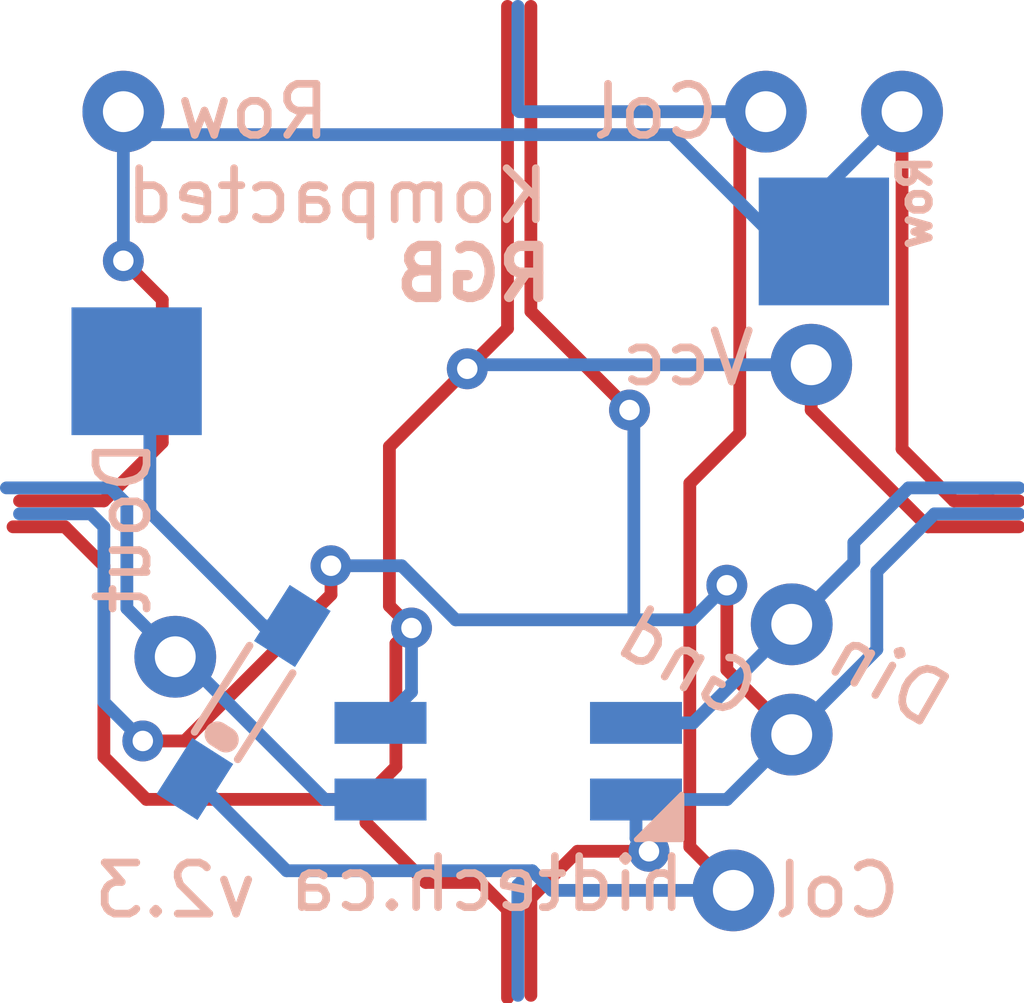
<source format=kicad_pcb>
(kicad_pcb (version 20200614) (host pcbnew "(5.99.0-2043-g129c16cf7)")

  (general
    (thickness 1.6)
    (drawings 0)
    (tracks 110)
    (modules 1)
    (nets 8)
  )

  (paper "A4")
  (layers
    (0 "F.Cu" signal)
    (31 "B.Cu" signal)
    (32 "B.Adhes" user hide)
    (33 "F.Adhes" user hide)
    (34 "B.Paste" user)
    (35 "F.Paste" user hide)
    (36 "B.SilkS" user)
    (37 "F.SilkS" user hide)
    (38 "B.Mask" user)
    (39 "F.Mask" user hide)
    (40 "Dwgs.User" user hide)
    (41 "Cmts.User" user)
    (42 "Eco1.User" user)
    (43 "Eco2.User" user hide)
    (44 "Edge.Cuts" user)
    (45 "Margin" user)
    (46 "B.CrtYd" user hide)
    (47 "F.CrtYd" user)
    (48 "B.Fab" user hide)
    (49 "F.Fab" user)
  )

  (setup
    (last_trace_width 0.25)
    (trace_clearance 0.2)
    (zone_clearance 0.508)
    (zone_45_only no)
    (trace_min 0.2)
    (clearance_min 0)
    (via_min_annulus 0.05)
    (via_min_size 0.4)
    (through_hole_min 0.3)
    (hole_to_hole_min 0.25)
    (via_size 0.8)
    (via_drill 0.4)
    (uvia_size 0.3)
    (uvia_drill 0.1)
    (uvias_allowed no)
    (uvia_min_size 0.2)
    (uvia_min_drill 0.1)
    (max_error 0.005)
    (defaults
      (edge_clearance 0.01)
      (edge_cuts_line_width 0.05)
      (courtyard_line_width 0.05)
      (copper_line_width 0.2)
      (copper_text_dims (size 1.5 1.5) (thickness 0.3))
      (silk_line_width 0.12)
      (silk_text_dims (size 1 1) (thickness 0.15))
      (fab_layers_line_width 0.1)
      (fab_layers_text_dims (size 1 1) (thickness 0.15))
      (other_layers_line_width 0.1)
      (other_layers_text_dims (size 1 1) (thickness 0.15))
      (dimension_units 0)
      (dimension_precision 1)
    )
    (pad_size 1.524 1.524)
    (pad_drill 0.762)
    (pad_to_mask_clearance 0)
    (aux_axis_origin 0 0)
    (visible_elements 7FFFFE6D)
    (pcbplotparams
      (layerselection 0x010fc_ffffffff)
      (usegerberextensions false)
      (usegerberattributes true)
      (usegerberadvancedattributes true)
      (creategerberjobfile true)
      (svguseinch false)
      (svgprecision 6)
      (excludeedgelayer true)
      (linewidth 0.100000)
      (plotframeref false)
      (viasonmask false)
      (mode 1)
      (useauxorigin false)
      (hpglpennumber 1)
      (hpglpenspeed 20)
      (hpglpendiameter 15.000000)
      (psnegative false)
      (psa4output false)
      (plotreference true)
      (plotvalue true)
      (plotinvisibletext false)
      (sketchpadsonfab false)
      (subtractmaskfromsilk false)
      (outputformat 1)
      (mirror false)
      (drillshape 1)
      (scaleselection 1)
      (outputdirectory "")
    )
  )

  (net 0 "")
  (net 1 "Net-(SW1-Pad11)")
  (net 2 "Net-(SW1-Pad16)")
  (net 3 "Net-(SW7-Pad10)")
  (net 4 "Net-(SW10-Pad13)")
  (net 5 "Net-(SW8-Pad1)")
  (net 6 "Net-(SW8-Pad10)")
  (net 7 "Net-(SW14-Pad14)")

  (net_class "Default" "This is the default net class."
    (clearance 0.2)
    (trace_width 0.25)
    (via_dia 0.8)
    (via_drill 0.4)
    (uvia_dia 0.3)
    (uvia_drill 0.1)
    (add_net "Net-(SW1-Pad11)")
    (add_net "Net-(SW1-Pad16)")
    (add_net "Net-(SW10-Pad13)")
    (add_net "Net-(SW14-Pad14)")
    (add_net "Net-(SW7-Pad10)")
    (add_net "Net-(SW8-Pad1)")
    (add_net "Net-(SW8-Pad10)")
  )

  (module "footprints:ChocMx_Socket_bothsides" (layer "F.Cu") (tedit 5F0EC86D) (tstamp 9673b310-18db-4cd4-8bec-a7c4b24832d1)
    (at 69.85 44.58)
    (path "/0fbfc3ae-8b8e-40ad-8c8e-8ebb1b3910f1")
    (fp_text reference "SW8" (at 0 3.175 180) (layer "F.SilkS") hide
      (effects (font (size 1.5 1.5) (thickness 0.2)))
    )
    (fp_text value "SWITCH_PUSH_MXCHOC" (at 0 -2.54) (layer "Cmts.User") hide
      (effects (font (size 0.5 0.5) (thickness 0.1)))
    )
    (fp_text user "hidtech.ca" (at -0.508 7.493 unlocked) (layer "B.SilkS")
      (effects (font (size 1 1) (thickness 0.15)) (justify mirror))
    )
    (fp_text user "v2.3" (at -6.604 7.62 unlocked) (layer "B.SilkS")
      (effects (font (size 1 1) (thickness 0.15)) (justify mirror))
    )
    (fp_text user "Kompacted" (at -3.429 -5.969 unlocked) (layer "B.SilkS")
      (effects (font (size 1 1) (thickness 0.15)) (justify mirror))
    )
    (fp_text user "Dout" (at -7.62 0.508 90 unlocked) (layer "B.SilkS")
      (effects (font (size 1 1) (thickness 0.15)) (justify mirror))
    )
    (fp_text user "Gnd" (at 3.429 3.172 -30 unlocked) (layer "B.SilkS")
      (effects (font (size 1 1) (thickness 0.15)) (justify mirror))
    )
    (fp_text user "Din" (at 7.366 3.426 -30 unlocked) (layer "B.SilkS")
      (effects (font (size 1 1) (thickness 0.15)) (justify mirror))
    )
    (fp_text user "Vcc" (at 3.429 -2.794 unlocked) (layer "B.SilkS")
      (effects (font (size 1 1) (thickness 0.15)) (justify mirror))
    )
    (fp_text user "Col" (at 6.35 7.62 unlocked) (layer "B.SilkS")
      (effects (font (size 1 1) (thickness 0.15)) (justify mirror))
    )
    (fp_text user "Col" (at 2.794 -7.62 unlocked) (layer "B.SilkS")
      (effects (font (size 1 1) (thickness 0.15)) (justify mirror))
    )
    (fp_text user "Row" (at 7.874 -5.842 90 unlocked) (layer "B.SilkS")
      (effects (font (size 0.6 0.6) (thickness 0.15)) (justify mirror))
    )
    (fp_text user "Row" (at -5.08 -7.62 unlocked) (layer "B.SilkS")
      (effects (font (size 1 1) (thickness 0.15)) (justify mirror))
    )
    (fp_rect (start -8.5 -8.5) (end 8.5 8.5) (layer "F.Fab") (width 0.12))
    (fp_rect (start -9.565 -9.505) (end 9.485 9.545) (layer "F.Fab") (width 0.12))
    (fp_rect (start -9.525 -9.525) (end 9.525 9.525) (layer "F.Fab") (width 0.12))
    (fp_poly (pts (xy 3.309205 6.626673) (xy 3.309208 5.737673) (xy 2.420208 6.62667)) (layer "B.SilkS") (width 0.1))
    (fp_arc (start 0 0) (end -0.25 0) (angle -180) (layer "B.SilkS") (width 0.1))
    (fp_arc (start 0 0) (end 0.25 0) (angle -180) (layer "B.SilkS") (width 0.1))
    (fp_line (start -5.381897 5.055021) (end -4.307298 3.368238) (layer "B.SilkS") (width 0.15))
    (fp_line (start -6.225288 4.517722) (end -5.150689 2.830939) (layer "B.SilkS") (width 0.15))
    (fp_line (start -5.611794 4.671423) (end -5.780472 4.563963) (layer "B.SilkS") (width 0.5))
    (fp_text user "D2" (at -6.551622 3.124135 57.5) (layer "B.SilkS") hide
      (effects (font (size 1 1) (thickness 0.15)) (justify mirror))
    )
    (fp_text user "1N4148W" (at -4.422902 4.48028 57.5) (layer "B.Fab")
      (effects (font (size 0.5 0.5) (thickness 0.1)) (justify mirror))
    )
    (fp_text user "D2" (at -3.986378 4.781814 237.5) (layer "F.SilkS") hide
      (effects (font (size 1 1) (thickness 0.15)))
    )
    (fp_text user "1N4148W" (at -6.115099 3.42567 237.5) (layer "F.Fab")
      (effects (font (size 0.5 0.5) (thickness 0.1)))
    )
    (fp_text user "RGB" (at -0.762 -4.445 unlocked) (layer "B.SilkS")
      (effects (font (size 1 1) (thickness 0.2)) (justify mirror))
    )
    (pad "" np_thru_hole circle (at 5.5 0 180) (size 1.7018 1.7018) (drill 1.7018) (layers *.Cu *.Mask) (tstamp b4ddae82-5315-4b75-bc9c-c4763fd9a4ac))
    (pad "" np_thru_hole circle (at 5.08 0 180) (size 2 2) (drill 2) (layers *.Cu *.Mask) (tstamp 871a88b3-4d95-4c21-b73d-71011420eef8))
    (pad "" np_thru_hole circle (at -5.5 0) (size 1.7018 1.7018) (drill 1.7018) (layers *.Cu *.Mask) (tstamp b4ddae82-5315-4b75-bc9c-c4763fd9a4ac))
    (pad "" np_thru_hole circle (at -5.08 0) (size 2 2) (drill 2) (layers *.Cu *.Mask) (tstamp 871a88b3-4d95-4c21-b73d-71011420eef8))
    (pad "" np_thru_hole circle (at 2.54 -5.08) (size 3 3) (drill 3) (layers *.Cu *.Mask) (tstamp 8984da24-1abc-4699-8218-c8788f6219d6))
    (pad "" np_thru_hole circle (at 0 0) (size 4 4) (drill 4) (layers *.Cu *.Mask) (tstamp c8fcb170-f965-4436-84cc-327ba72de640))
    (pad "" np_thru_hole circle (at -3.81 -2.54) (size 3 3) (drill 3) (layers *.Cu *.Mask) (tstamp ae22cec6-92ca-482c-b3d7-896e884c88ee))
    (pad "2" smd rect (at 6.09 -5.08) (size 2.55 2.5) (layers "B.Cu" "B.Paste" "B.Mask")
      (net 4 "Net-(SW10-Pad13)") (pinfunction "2") (tstamp 289c370d-3860-4717-bbba-66fba156201b))
    (pad "1" smd rect (at -7.36 -2.54) (size 2.55 2.5) (layers "B.Cu" "B.Paste" "B.Mask")
      (net 5 "Net-(SW8-Pad1)") (pinfunction "1") (tstamp c42f639b-cbd8-4ac5-ac15-ca899c59461b))
    (pad "12" smd rect (at 2.413 4.342 180) (size 1.8 0.82) (layers "B.Cu" "B.Paste" "B.Mask")
      (net 3 "Net-(SW7-Pad10)") (pinfunction "Din") (tstamp 9d4050a4-eaa6-47fa-b24e-f4d0332121e8))
    (pad "11" smd rect (at 2.413 5.842 180) (size 1.8 0.82) (layers "B.Cu" "B.Paste" "B.Mask")
      (net 1 "Net-(SW1-Pad11)") (pinfunction "VSS") (tstamp 6b659ab2-e12f-46c3-9899-93b00548d3d7))
    (pad "9" smd rect (at -2.587 4.342 180) (size 1.8 0.82) (layers "B.Cu" "B.Paste" "B.Mask")
      (net 2 "Net-(SW1-Pad16)") (pinfunction "Vdd") (tstamp dfc6d411-25eb-4962-83de-f04a5550385f))
    (pad "10" smd rect (at -2.587 5.842 180) (size 1.8 0.82) (layers "B.Cu" "B.Paste" "B.Mask")
      (net 6 "Net-(SW8-Pad10)") (pinfunction "Dout") (tstamp c99e8587-8f53-4774-9780-7c982c39ea0c))
    (pad "15" thru_hole circle (at 7.62 -7.62) (size 1.6 1.6) (drill 0.8) (layers *.Cu *.Mask)
      (net 4 "Net-(SW10-Pad13)") (pinfunction "15") (tstamp 61d94582-20d7-4fd6-9eb6-5dd611db9c8c))
    (pad "13" thru_hole circle (at -7.62 -7.62) (size 1.6 1.6) (drill 0.8) (layers *.Cu *.Mask)
      (net 4 "Net-(SW10-Pad13)") (pinfunction "13") (tstamp 61d94582-20d7-4fd6-9eb6-5dd611db9c8c))
    (pad "14" thru_hole circle (at 4.953 -7.62) (size 1.6 1.6) (drill 0.8) (layers *.Cu *.Mask)
      (net 7 "Net-(SW14-Pad14)") (pinfunction "14") (tstamp 61d94582-20d7-4fd6-9eb6-5dd611db9c8c))
    (pad "17" thru_hole circle (at -6.604 3.048) (size 1.6 1.6) (drill 0.8) (layers *.Cu *.Mask)
      (net 6 "Net-(SW8-Pad10)") (pinfunction "dout") (tstamp 61d94582-20d7-4fd6-9eb6-5dd611db9c8c))
    (pad "19" thru_hole circle (at 5.842 -2.667) (size 1.6 1.6) (drill 0.8) (layers *.Cu *.Mask)
      (net 2 "Net-(SW1-Pad16)") (pinfunction "vcc") (tstamp 61d94582-20d7-4fd6-9eb6-5dd611db9c8c))
    (pad "20" thru_hole circle (at 5.461 2.413) (size 1.6 1.6) (drill 0.8) (layers *.Cu *.Mask)
      (net 3 "Net-(SW7-Pad10)") (pinfunction "din") (tstamp 61d94582-20d7-4fd6-9eb6-5dd611db9c8c))
    (pad "21" thru_hole circle (at 5.461 4.572) (size 1.6 1.6) (drill 0.8) (layers *.Cu *.Mask)
      (net 1 "Net-(SW1-Pad11)") (pinfunction "gnd") (tstamp 61d94582-20d7-4fd6-9eb6-5dd611db9c8c))
    (pad "26" thru_hole circle (at 4.318 7.62) (size 1.6 1.6) (drill 0.8) (layers *.Cu *.Mask)
      (net 7 "Net-(SW14-Pad14)") (pinfunction "26") (tstamp 61d94582-20d7-4fd6-9eb6-5dd611db9c8c))
    (pad "24" smd rect (at -4.312586 2.44596 57.5) (size 1.3 0.95) (layers "B.Cu" "B.Paste" "B.Mask")
      (net 5 "Net-(SW8-Pad1)") (pinfunction "24") (tstamp 401b9e9a-36d1-48aa-be74-63715470aa42))
    (pad "25" smd rect (at -6.22 5.44 57.5) (size 1.3 0.95) (layers "B.Cu" "B.Paste" "B.Mask")
      (net 7 "Net-(SW14-Pad14)") (pinfunction "25") (tstamp 1b19b248-a912-4474-b9c5-f12a3f34f88e))
  )

  (segment (start 69.7484 34.8996) (end 69.7484 41.204601) (width 0.25) (layer "F.Cu") (net 2) (tstamp 8f193c81-bb1a-44da-8602-2cd9288c076b))
  (segment (start 69.7484 41.204601) (end 68.961 41.992001) (width 0.25) (layer "F.Cu") (net 2) (tstamp a3843565-6139-4b9b-a10e-2d35d066edfc))
  (segment (start 69.98 36.96) (end 69.9516 36.9316) (width 0.25) (layer "B.Cu") (net 7) (tstamp d50325a2-8f61-4594-9796-742abac075af))
  (segment (start 74.803 36.96) (end 69.98 36.96) (width 0.25) (layer "B.Cu") (net 7) (tstamp 645c0b76-4b9a-48a4-bed9-c8b77936f36b))
  (segment (start 69.9516 36.9316) (end 69.9516 34.8996) (width 0.25) (layer "B.Cu") (net 7) (tstamp bccd20a3-3e04-46cb-a03d-b4f4656ce22d))
  (segment (start 72.136 42.799) (end 70.2056 40.8686) (width 0.25) (layer "F.Cu") (net 1) (tstamp 8f4886fd-508f-4bbd-b7db-e4ca5d4dcfe3))
  (segment (start 70.2056 40.8686) (end 70.2056 34.8996) (width 0.25) (layer "F.Cu") (net 1) (tstamp d961b5f7-7304-4bd8-9b49-9eb39762a3d1))
  (segment (start 67.564 49.784) (end 67.564 47.371) (width 0.25) (layer "F.Cu") (net 2) (tstamp 8ef1f79d-9004-4708-b226-eae66195b1d0))
  (segment (start 66.9798 50.419) (end 66.9798 50.3682) (width 0.25) (layer "F.Cu") (net 2) (tstamp a330bcb7-2753-4dee-99fe-67c156f423d7))
  (segment (start 66.9798 50.3682) (end 67.564 49.784) (width 0.25) (layer "F.Cu") (net 2) (tstamp 29ee13ab-5c25-4c6e-b987-2e9f0148ab40))
  (segment (start 66.9798 50.419) (end 62.680996 50.419) (width 0.25) (layer "F.Cu") (net 2) (tstamp de3a2e4c-bf73-4272-835a-b83f22d7b3ed))
  (segment (start 69.215 52.0446) (end 68.1482 52.0446) (width 0.25) (layer "F.Cu") (net 2) (tstamp fbf1d7dc-7f9c-43c4-b54d-716332d92fa6))
  (segment (start 69.7484 52.578) (end 69.215 52.0446) (width 0.25) (layer "F.Cu") (net 2) (tstamp 0061a0c2-3914-47ef-8e1b-16d7b88dee62))
  (segment (start 66.9798 50.8762) (end 66.9798 50.419) (width 0.25) (layer "F.Cu") (net 2) (tstamp c3a8f3f6-e75f-4fbf-98e8-cc92461e1f3c))
  (segment (start 68.1482 52.0446) (end 66.9798 50.8762) (width 0.25) (layer "F.Cu") (net 2) (tstamp c24404e5-2c1f-4d32-9a3c-d3d465bc2a0f))
  (segment (start 69.7484 54.3052) (end 69.7484 52.578) (width 0.25) (layer "F.Cu") (net 2) (tstamp efd9d33f-aa93-41c0-805d-475faab3866a))
  (segment (start 70.231 51.816) (end 69.9516 52.0954) (width 0.25) (layer "B.Cu") (net 7) (tstamp 1fa4cd87-2b9b-4a78-b68b-682b2c4569a1))
  (segment (start 69.9516 52.0954) (end 69.9516 54.2544) (width 0.25) (layer "B.Cu") (net 7) (tstamp 4fc488de-80bc-4f9c-b503-7e50c3209d01))
  (segment (start 70.2056 52.3494) (end 71.12 51.435) (width 0.25) (layer "F.Cu") (net 1) (tstamp c719d6ee-2729-4253-b781-b65342b2fd6d))
  (segment (start 70.2056 54.2544) (end 70.2056 52.3494) (width 0.25) (layer "F.Cu") (net 1) (tstamp ab3d7002-f66f-403b-aa35-0728b680cd49))
  (segment (start 71.12 51.435) (end 72.517 51.435) (width 0.25) (layer "F.Cu") (net 1) (tstamp 7e196484-5784-41b4-a08e-fc76eb793093))
  (segment (start 67.437 43.516001) (end 67.437 46.633324) (width 0.25) (layer "F.Cu") (net 2) (tstamp f870d949-ffa6-4620-a908-ae72d4b4bcff))
  (segment (start 67.437 46.633324) (end 67.869338 47.065662) (width 0.25) (layer "F.Cu") (net 2) (tstamp 73ed48bd-fafa-4119-a62e-639bcff0e6e6))
  (segment (start 67.869338 48.315662) (end 67.869338 47.065662) (width 0.25) (layer "B.Cu") (net 2) (tstamp d3d7eda1-77b5-4ab1-a571-040c9187d92b))
  (segment (start 68.961 41.992001) (end 67.437 43.516001) (width 0.25) (layer "F.Cu") (net 2) (tstamp 7751f14d-c903-4835-82d1-9047c8fb90f5))
  (segment (start 67.263 48.922) (end 67.869338 48.315662) (width 0.25) (layer "B.Cu") (net 2) (tstamp 85a7202b-4a06-47e2-a314-902cb9a2c650))
  (segment (start 67.564 47.371) (end 67.869338 47.065662) (width 0.25) (layer "F.Cu") (net 2) (tstamp 40b37d4e-b9c3-410c-bcc6-df071440e8ed))
  (segment (start 67.675998 45.847) (end 66.294 45.847) (width 0.25) (layer "B.Cu") (net 1) (tstamp f98140a6-7447-45f7-9c20-70588f79768e))
  (via (at 67.869338 47.065662) (size 0.8) (drill 0.4) (layers "F.Cu" "B.Cu") (net 2) (tstamp 00e24fbb-6128-4cb2-9bbc-4ae769b5ba6c))
  (segment (start 72.220999 46.905001) (end 68.733999 46.905001) (width 0.25) (layer "B.Cu") (net 1) (tstamp e7630173-719f-44a3-b2b6-412d89af20d3))
  (segment (start 68.733999 46.905001) (end 67.675998 45.847) (width 0.25) (layer "B.Cu") (net 1) (tstamp e08c4327-cdf8-4fae-b928-baac5538ea7d))
  (segment (start 72.263 50.422) (end 72.263 51.181) (width 0.25) (layer "B.Cu") (net 1) (tstamp e9b32123-7c26-4bf5-b733-0b718f8aba28))
  (segment (start 72.263 51.181) (end 72.517 51.435) (width 0.25) (layer "B.Cu") (net 1) (tstamp 073cf9d0-05f6-4bf6-acf8-36a1e5b9388f))
  (via (at 72.517 51.435) (size 0.8) (drill 0.4) (layers "F.Cu" "B.Cu") (net 1) (tstamp 6b3c9b24-d119-4d2d-ba69-845c8c3538e0))
  (segment (start 62.680996 50.419) (end 61.849 49.587004) (width 0.25) (layer "F.Cu") (net 2) (tstamp fd3bab9f-c8f5-4888-80e6-426d5421054c))
  (segment (start 61.849 45.847) (end 61.087 45.085) (width 0.25) (layer "F.Cu") (net 2) (tstamp 6a878daa-0f7a-44f9-bf7a-1b9187a2a1f5))
  (segment (start 61.849 49.587004) (end 61.849 45.847) (width 0.25) (layer "F.Cu") (net 2) (tstamp d7113738-99f4-4c8c-b837-3c20aa88bf09))
  (segment (start 61.087 45.085) (end 60.071 45.085) (width 0.25) (layer "F.Cu") (net 2) (tstamp 84dd1414-686a-49ae-8d3b-851ecb3b7d79))
  (segment (start 75.692 42.799) (end 77.978 45.085) (width 0.25) (layer "F.Cu") (net 2) (tstamp 051ccd92-b0b7-41ff-b3cc-007476213c18))
  (segment (start 77.978 45.085) (end 79.756 45.085) (width 0.25) (layer "F.Cu") (net 2) (tstamp 8b7b3f68-ddc6-4f53-9dd6-d896c02b4853))
  (segment (start 75.692 41.913) (end 75.692 42.799) (width 0.25) (layer "F.Cu") (net 2) (tstamp d93e134b-0755-4892-8240-0626e2981254))
  (segment (start 60.198 44.831) (end 61.595 44.831) (width 0.25) (layer "B.Cu") (net 1) (tstamp 402ad649-9348-4dcd-9de6-9a7959888566))
  (segment (start 61.849 45.085) (end 61.849 48.514) (width 0.25) (layer "B.Cu") (net 1) (tstamp ae8c123d-7f1d-4877-aaa3-94cda03ff71b))
  (segment (start 61.595 44.831) (end 61.849 45.085) (width 0.25) (layer "B.Cu") (net 1) (tstamp 192f270d-d13d-4ebb-b72e-3c1ab13f302a))
  (segment (start 62.749022 42.299022) (end 62.749022 44.800769) (width 0.25) (layer "B.Cu") (net 5) (tstamp a32669bd-fb00-482d-a857-68e2251315c0))
  (segment (start 62.299011 46.681011) (end 62.299011 44.6446) (width 0.25) (layer "B.Cu") (net 6) (tstamp 80da4cc3-4326-4258-be19-f109a907d14d))
  (segment (start 61.977411 44.323) (end 59.941 44.323) (width 0.25) (layer "B.Cu") (net 6) (tstamp 8894b84a-1988-4768-aae0-a0a625da27da))
  (segment (start 62.49 42.04) (end 62.749022 42.299022) (width 0.25) (layer "B.Cu") (net 5) (tstamp 9503a208-7f62-4d79-8a74-a9acc10b7e40))
  (segment (start 62.749022 44.800769) (end 64.974213 47.02596) (width 0.25) (layer "B.Cu") (net 5) (tstamp 1f2fa763-ef3d-4864-8611-8f81830a0325))
  (segment (start 63.246 47.628) (end 62.299011 46.681011) (width 0.25) (layer "B.Cu") (net 6) (tstamp 80e4dabb-f3f3-45ba-a5c5-04d950095724))
  (segment (start 62.299011 44.6446) (end 61.977411 44.323) (width 0.25) (layer "B.Cu") (net 6) (tstamp 7f9e5e60-999c-4580-b948-3a5270c28d6e))
  (segment (start 64.974213 47.02596) (end 65.537414 47.02596) (width 0.25) (layer "B.Cu") (net 5) (tstamp a5dc866a-6fc3-422b-85d0-551278fdab6c))
  (segment (start 61.849 48.514) (end 62.611 49.276) (width 0.25) (layer "B.Cu") (net 1) (tstamp bc319630-3684-4ce4-83ab-553966405fe2))
  (segment (start 76.97591 47.48709) (end 76.97591 45.96009) (width 0.25) (layer "B.Cu") (net 1) (tstamp aa632827-7661-4bcb-ba4f-8f2dfc578293))
  (segment (start 75.311 49.152) (end 76.97591 47.48709) (width 0.25) (layer "B.Cu") (net 1) (tstamp 5cbd8473-c0aa-4d73-b5dc-9972d99c8d12))
  (segment (start 76.97591 45.96009) (end 78.105 44.831) (width 0.25) (layer "B.Cu") (net 1) (tstamp 0494ccd0-308d-43a9-9ccb-e2b42bc1261d))
  (segment (start 78.105 44.831) (end 79.756 44.831) (width 0.25) (layer "B.Cu") (net 1) (tstamp 2052670e-08b1-4f35-8a0e-bd39791d9b73))
  (segment (start 77.47 43.561) (end 78.486 44.577) (width 0.25) (layer "F.Cu") (net 4) (tstamp 90db0099-b93d-4860-8736-605c62e69576))
  (segment (start 77.47 36.96) (end 77.47 43.561) (width 0.25) (layer "F.Cu") (net 4) (tstamp f5b216b3-40a1-4ef8-81b8-a4def7182a94))
  (segment (start 78.486 44.577) (end 79.756 44.577) (width 0.25) (layer "F.Cu") (net 4) (tstamp b81fc035-639f-466b-8806-4bfb39dd9ad5))
  (segment (start 62.992 40.64) (end 62.992 43.434) (width 0.25) (layer "F.Cu") (net 4) (tstamp 317c2ba4-a909-4042-8399-7ced6e3eef90))
  (segment (start 62.23 39.878) (end 62.992 40.64) (width 0.25) (layer "F.Cu") (net 4) (tstamp 7328f4bc-a4fe-44f5-9ba0-fbe2fb664693))
  (segment (start 62.992 43.434) (end 61.849 44.577) (width 0.25) (layer "F.Cu") (net 4) (tstamp dcddf317-11a7-4c8d-ac5d-105b6ed7fe1e))
  (segment (start 61.849 44.577) (end 60.198 44.577) (width 0.25) (layer "F.Cu") (net 4) (tstamp afa93910-1bc1-4bde-9189-d2da77ee68ff))
  (segment (start 63.430685 49.276) (end 62.611 49.276) (width 0.25) (layer "F.Cu") (net 1) (tstamp 6fef8fdf-65dd-4690-bd33-49d5e96d8e1f) (status 8000))
  (segment (start 66.294 45.847) (end 66.294 46.412685) (width 0.25) (layer "F.Cu") (net 1) (tstamp 56c87d06-859a-44ad-84eb-ca17e2222246) (status 8000))
  (segment (start 66.294 46.412685) (end 63.430685 49.276) (width 0.25) (layer "F.Cu") (net 1) (tstamp 86b41580-ed7c-4d77-9b55-178816e53e7d) (status 8000))
  (via (at 62.611 49.276) (size 0.8) (drill 0.4) (layers "F.Cu" "B.Cu") (net 1) (tstamp 68a4e9fb-433e-4bb6-b6f4-815da2da7a34))
  (segment (start 75.05859 39.5) (end 75.94 39.5) (width 0.25) (layer "B.Cu") (net 4) (tstamp 365e5d0f-ca99-4573-bd7b-3e46b5647c86))
  (segment (start 72.968601 37.410011) (end 75.05859 39.5) (width 0.25) (layer "B.Cu") (net 4) (tstamp fba2065f-e073-48bb-bcf0-ecb20a7a9de4))
  (segment (start 62.23 36.96) (end 62.680011 37.410011) (width 0.25) (layer "B.Cu") (net 4) (tstamp 2e4f74a7-c839-45bd-84fe-f8416b78aea2))
  (segment (start 62.680011 37.410011) (end 72.968601 37.410011) (width 0.25) (layer "B.Cu") (net 4) (tstamp a36fe530-829e-4210-91b7-005b8188ab62))
  (segment (start 72.220999 42.883999) (end 72.136 42.799) (width 0.25) (layer "B.Cu") (net 1) (tstamp 50567fb9-006c-475a-89aa-e93345ba7e3b))
  (segment (start 73.363999 46.905001) (end 72.220999 46.905001) (width 0.25) (layer "B.Cu") (net 1) (tstamp f5aa6fce-8b66-4133-8d61-1a33a8bc504c))
  (segment (start 72.220999 46.905001) (end 72.220999 42.883999) (width 0.25) (layer "B.Cu") (net 1) (tstamp af705f1c-3655-47b6-aa44-42ae5f50c6b8))
  (via (at 72.136 42.799) (size 0.8) (drill 0.4) (layers "F.Cu" "B.Cu") (net 1) (tstamp 4e284f7f-d7b8-46e3-aeb3-59c4939889c8))
  (segment (start 69.040001 41.913) (end 68.961 41.992001) (width 0.25) (layer "B.Cu") (net 2) (tstamp 78126cae-4f6b-49c3-a136-7e91c66bbdda))
  (segment (start 75.692 41.913) (end 69.040001 41.913) (width 0.25) (layer "B.Cu") (net 2) (tstamp 173cca1d-8014-48e6-b4a2-fc4acc06031d))
  (via (at 68.961 41.992001) (size 0.8) (drill 0.4) (layers "F.Cu" "B.Cu") (net 2) (tstamp 8cb7b290-f6e1-45b3-b4f6-ef07370b87a2))
  (segment (start 73.315998 44.233) (end 73.315998 51.347998) (width 0.25) (layer "F.Cu") (net 7) (tstamp b2ee5f9a-db68-429a-a420-04331445d879))
  (segment (start 74.041 46.228) (end 73.363999 46.905001) (width 0.25) (layer "B.Cu") (net 1) (tstamp 8cd1747b-356e-4734-926d-d39a53b90262))
  (segment (start 74.803 36.96) (end 74.293999 37.469001) (width 0.25) (layer "F.Cu") (net 7) (tstamp aa20f664-f13b-4f59-94d3-c226a47e3601))
  (via (at 66.294 45.847) (size 0.8) (drill 0.4) (layers "F.Cu" "B.Cu") (net 1) (tstamp ad300ec1-47f2-4bbc-a54c-7523ee067efd))
  (segment (start 75.311 49.152) (end 74.041 47.882) (width 0.25) (layer "F.Cu") (net 1) (tstamp 24d31f74-e563-4891-a8d3-9d9597e27a15))
  (segment (start 73.315998 51.347998) (end 74.168 52.2) (width 0.25) (layer "F.Cu") (net 7) (tstamp c7a54630-37cb-4eb7-848b-a781a3102459))
  (via (at 74.041 46.228) (size 0.8) (drill 0.4) (layers "F.Cu" "B.Cu") (net 1) (tstamp 1232a61f-4368-4866-b305-0a6c3ee33cba))
  (segment (start 74.041 47.882) (end 74.041 46.228) (width 0.25) (layer "F.Cu") (net 1) (tstamp a1da860d-38ce-40c8-bb33-434306a4b842))
  (segment (start 74.293999 37.469001) (end 74.293999 43.254999) (width 0.25) (layer "F.Cu") (net 7) (tstamp 3d4fa0c6-e76b-4919-96ee-79492fb20ff0))
  (segment (start 74.293999 43.254999) (end 73.315998 44.233) (width 0.25) (layer "F.Cu") (net 7) (tstamp 5ac45ce4-269e-43e9-942d-906cc3d2dde6))
  (segment (start 65.426 51.816) (end 70.231 51.816) (width 0.25) (layer "B.Cu") (net 7) (tstamp 5335ad68-a76f-4b08-bd4d-8a1ba338fd55))
  (segment (start 70.615 52.2) (end 70.231 51.816) (width 0.25) (layer "B.Cu") (net 7) (tstamp 64b46815-f4c1-4da5-8c7a-150e9ceb71e3))
  (segment (start 63.63 50.02) (end 65.426 51.816) (width 0.25) (layer "B.Cu") (net 7) (tstamp 773b2e86-f4b5-42f4-84eb-816dd9f20608))
  (segment (start 74.168 52.2) (end 70.615 52.2) (width 0.25) (layer "B.Cu") (net 7) (tstamp 6f9237f1-9cc7-4463-9301-7efb61739a99))
  (segment (start 75.311 46.993) (end 73.382 48.922) (width 0.25) (layer "B.Cu") (net 3) (tstamp 902b6abc-0b31-41ea-9bb7-f17a4b7a7c5a))
  (segment (start 73.382 48.922) (end 72.263 48.922) (width 0.25) (layer "B.Cu") (net 3) (tstamp 25f00e29-649c-456f-81a8-86576a9e092a))
  (segment (start 79.248 44.323) (end 79.756 44.323) (width 0.25) (layer "B.Cu") (net 3) (tstamp 9105e730-ee3b-444f-b833-226c28ac6d05))
  (segment (start 77.597 44.323) (end 79.248 44.323) (width 0.25) (layer "B.Cu") (net 3) (tstamp 677c3d1a-463f-4867-bc41-5008188f660e))
  (segment (start 78.994 44.323) (end 79.248 44.323) (width 0.25) (layer "B.Cu") (net 3) (tstamp 89745116-9003-4181-9efb-fdb2c90fc00b))
  (segment (start 76.525901 45.394099) (end 77.597 44.323) (width 0.25) (layer "B.Cu") (net 3) (tstamp 180fbb94-4931-41c7-acd0-e2cb224c6a12))
  (segment (start 76.525901 45.778099) (end 76.525901 45.394099) (width 0.25) (layer "B.Cu") (net 3) (tstamp 5ab8daf7-5213-4e78-9a93-081c9d9d1198))
  (segment (start 75.311 46.993) (end 76.525901 45.778099) (width 0.25) (layer "B.Cu") (net 3) (tstamp 53780084-d87d-4888-bf54-bf07a502901f))
  (segment (start 72.263 50.422) (end 74.041 50.422) (width 0.25) (layer "B.Cu") (net 1) (tstamp cff7b368-78c3-4d83-83fe-929f36dbb264))
  (segment (start 74.041 50.422) (end 75.311 49.152) (width 0.25) (layer "B.Cu") (net 1) (tstamp cb805d26-8b9a-4aae-97b4-796e0de31bb3))
  (via (at 62.23 39.878) (size 0.8) (drill 0.4) (layers "F.Cu" "B.Cu") (net 4) (tstamp 1dc7dddf-ba29-4f1a-b69d-f83f801a4675))
  (segment (start 62.23 36.96) (end 62.23 39.878) (width 0.25) (layer "B.Cu") (net 4) (tstamp 1b9157ca-055b-49ce-ba97-3d37268d379c))
  (segment (start 67.263 50.422) (end 66.17141 50.422) (width 0.25) (layer "B.Cu") (net 6) (tstamp bea76909-7220-4e51-93d6-42d2ebedbf7e))
  (segment (start 63.37741 47.628) (end 63.246 47.628) (width 0.25) (layer "B.Cu") (net 6) (tstamp 4d4fb189-0f0a-4e8e-ae63-00552a1b2885))
  (segment (start 66.17141 50.422) (end 63.37741 47.628) (width 0.25) (layer "B.Cu") (net 6) (tstamp db181c16-f5ef-490c-88f3-9bc2f96e64d3))
  (segment (start 75.94 39.5) (end 75.94 38.49) (width 0.25) (layer "B.Cu") (net 4) (tstamp 234a2055-f6b8-4841-9470-1c81999dca7f))
  (segment (start 75.94 38.49) (end 77.47 36.96) (width 0.25) (layer "B.Cu") (net 4) (tstamp 5f102f0f-aeb4-4df2-a9f4-4c4a2438083a))

)

</source>
